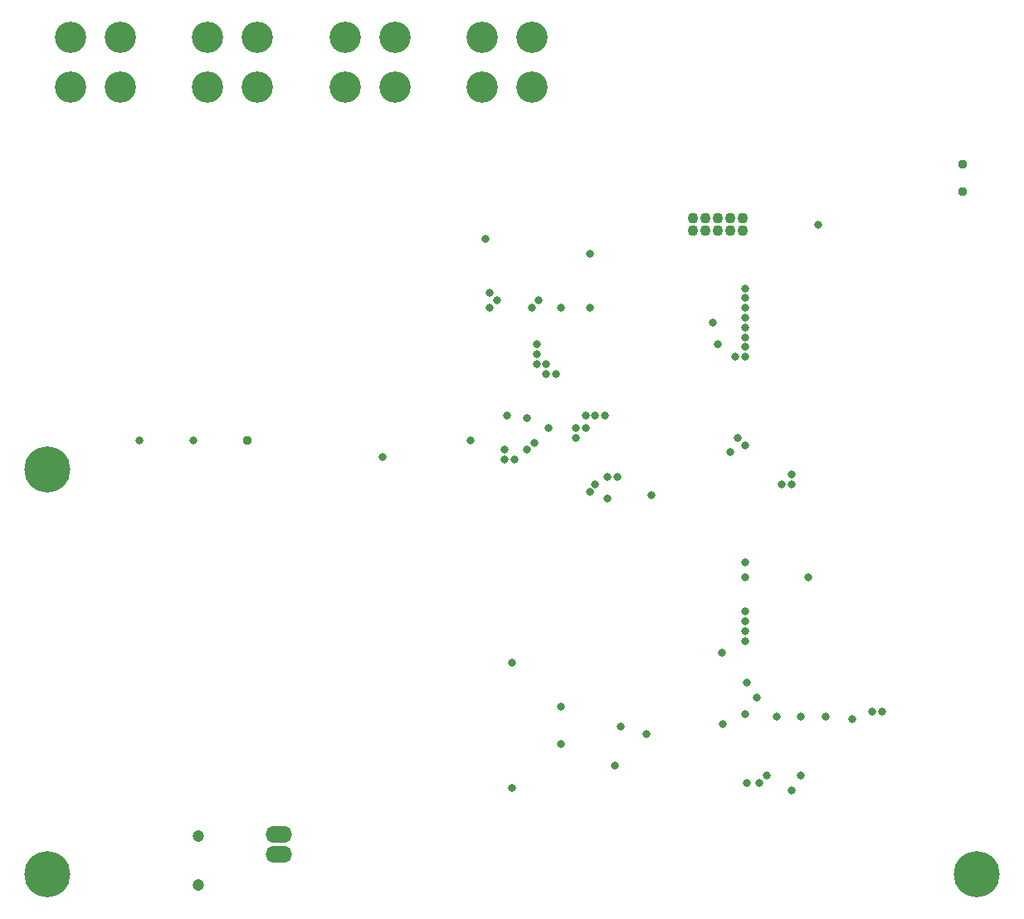
<source format=gbs>
G04 Layer_Color=16711935*
%FSLAX25Y25*%
%MOIN*%
G70*
G01*
G75*
%ADD126C,0.12611*%
%ADD127O,0.10642X0.06706*%
%ADD128C,0.04331*%
%ADD129C,0.18517*%
%ADD130C,0.04737*%
%ADD131C,0.03162*%
%ADD132C,0.03753*%
D126*
X-11968Y197244D02*
D03*
X8032D02*
D03*
Y177244D02*
D03*
X-11968D02*
D03*
X-177323Y197244D02*
D03*
X-157323D02*
D03*
Y177244D02*
D03*
X-177323D02*
D03*
X-122205Y197244D02*
D03*
X-102205D02*
D03*
Y177244D02*
D03*
X-122205D02*
D03*
X-67086Y197244D02*
D03*
X-47087D02*
D03*
Y177244D02*
D03*
X-67086D02*
D03*
D127*
X-93504Y-130905D02*
D03*
Y-123031D02*
D03*
D128*
X72677Y119685D02*
D03*
Y124685D02*
D03*
X77677Y119685D02*
D03*
Y124685D02*
D03*
X82677Y119685D02*
D03*
Y124685D02*
D03*
X87677Y119685D02*
D03*
Y124685D02*
D03*
X92677Y119685D02*
D03*
Y124685D02*
D03*
D129*
X-186614Y-138976D02*
D03*
X186614Y-138976D02*
D03*
X-186614Y23622D02*
D03*
D130*
X-125984Y-123622D02*
D03*
Y-143307D02*
D03*
D131*
X-1969Y45276D02*
D03*
X123032Y122047D02*
D03*
X84400Y-50197D02*
D03*
X119095Y-19685D02*
D03*
X93504D02*
D03*
Y96457D02*
D03*
Y-13780D02*
D03*
Y-33465D02*
D03*
Y-37402D02*
D03*
Y-41339D02*
D03*
Y-45276D02*
D03*
X80709Y82677D02*
D03*
X82677Y73819D02*
D03*
X93504Y84646D02*
D03*
Y80709D02*
D03*
Y76772D02*
D03*
Y72835D02*
D03*
X89567Y68898D02*
D03*
X93504D02*
D03*
X-52165Y28543D02*
D03*
X19685Y-86614D02*
D03*
Y-71850D02*
D03*
X0Y-54134D02*
D03*
Y-104331D02*
D03*
X19685Y88583D02*
D03*
X-8858Y94488D02*
D03*
X7874Y88583D02*
D03*
X-8858D02*
D03*
X-5905Y91535D02*
D03*
X10827D02*
D03*
X9843Y73819D02*
D03*
Y69882D02*
D03*
X13780Y62008D02*
D03*
X9843Y65945D02*
D03*
X99410Y-102362D02*
D03*
X112205Y-105315D02*
D03*
X102362Y-99410D02*
D03*
X94488Y-62008D02*
D03*
X93504Y-74803D02*
D03*
X41339Y-95472D02*
D03*
X136811Y-76772D02*
D03*
X116142Y-75787D02*
D03*
X106299D02*
D03*
X98425Y-67913D02*
D03*
X125984Y-75787D02*
D03*
X84646Y-78740D02*
D03*
X116142Y-99410D02*
D03*
X148622Y-73819D02*
D03*
X144685D02*
D03*
X87599Y30512D02*
D03*
X93504Y33465D02*
D03*
X90551Y36417D02*
D03*
X93504Y92520D02*
D03*
Y88583D02*
D03*
X38386Y20669D02*
D03*
X42323D02*
D03*
X5906Y31496D02*
D03*
X8858Y34449D02*
D03*
X25591Y36417D02*
D03*
X37402Y45276D02*
D03*
X25591Y40354D02*
D03*
X29528D02*
D03*
X33465Y45276D02*
D03*
X29528D02*
D03*
X33465Y17717D02*
D03*
X31496Y14764D02*
D03*
X38386Y11811D02*
D03*
X108268Y17717D02*
D03*
X-2953Y31496D02*
D03*
X984Y27559D02*
D03*
X56102Y13287D02*
D03*
X54134Y-82677D02*
D03*
X-2953Y27559D02*
D03*
X43799Y-79724D02*
D03*
X13780Y65945D02*
D03*
X17717Y62008D02*
D03*
X5906Y44291D02*
D03*
X14764Y40354D02*
D03*
X94488Y-102362D02*
D03*
X112205Y17717D02*
D03*
Y21654D02*
D03*
X-10827Y116142D02*
D03*
X-127953Y35433D02*
D03*
X-149606D02*
D03*
X31496Y110236D02*
D03*
Y88583D02*
D03*
X-16732Y35433D02*
D03*
D132*
X181102Y146161D02*
D03*
Y135335D02*
D03*
X-106299Y35433D02*
D03*
M02*

</source>
